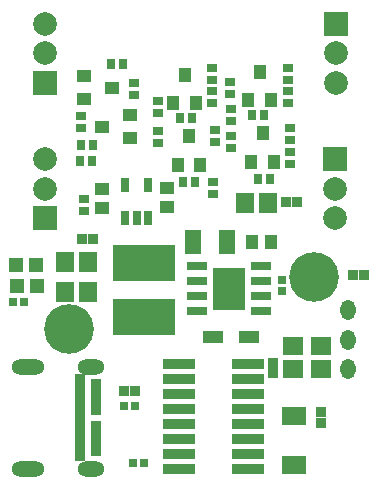
<source format=gts>
G04*
G04 #@! TF.GenerationSoftware,Altium Limited,Altium Designer,23.4.1 (23)*
G04*
G04 Layer_Color=8388736*
%FSLAX25Y25*%
%MOIN*%
G70*
G04*
G04 #@! TF.SameCoordinates,D0A82AA9-F4A3-43A1-B343-99984006E8F9*
G04*
G04*
G04 #@! TF.FilePolarity,Negative*
G04*
G01*
G75*
%ADD44R,0.03556X0.01981*%
%ADD45R,0.03556X0.04737*%
%ADD46R,0.07887X0.06115*%
%ADD47R,0.03162X0.04934*%
%ADD48R,0.04147X0.04737*%
%ADD49R,0.04147X0.04737*%
%ADD50R,0.10800X0.03300*%
%ADD51R,0.10721X0.14186*%
%ADD52R,0.06509X0.03162*%
%ADD53R,0.07099X0.03950*%
%ADD54R,0.04737X0.05131*%
%ADD55R,0.05328X0.07887*%
%ADD56R,0.02965X0.03359*%
%ADD57R,0.02572X0.02965*%
%ADD58R,0.20682X0.12217*%
%ADD59R,0.06115X0.06902*%
%ADD60R,0.04343X0.04737*%
%ADD61R,0.03241X0.03241*%
%ADD62R,0.03241X0.03241*%
%ADD63R,0.04737X0.04343*%
%ADD64R,0.03359X0.02965*%
%ADD65R,0.06902X0.06115*%
%ADD66R,0.04737X0.04147*%
%ADD67R,0.04737X0.04147*%
%ADD68R,0.02965X0.02572*%
%ADD69C,0.07887*%
%ADD70R,0.07887X0.07887*%
%ADD71O,0.11036X0.05131*%
%ADD72O,0.09068X0.05131*%
%ADD73O,0.05131X0.06706*%
%ADD74C,0.16548*%
%ADD75C,0.02769*%
D44*
X28240Y21516D02*
D03*
Y19547D02*
D03*
Y23484D02*
D03*
Y25453D02*
D03*
Y17579D02*
D03*
Y27421D02*
D03*
Y15610D02*
D03*
Y29390D02*
D03*
Y13642D02*
D03*
Y31358D02*
D03*
X33358Y34311D02*
D03*
Y10689D02*
D03*
Y32342D02*
D03*
Y12657D02*
D03*
Y30374D02*
D03*
Y14626D02*
D03*
Y28405D02*
D03*
Y16594D02*
D03*
Y26437D02*
D03*
Y24468D02*
D03*
Y18563D02*
D03*
Y20531D02*
D03*
D45*
X28240Y10295D02*
D03*
Y34705D02*
D03*
D46*
X99500Y6831D02*
D03*
Y23169D02*
D03*
D47*
X43260Y99913D02*
D03*
X50740D02*
D03*
Y89087D02*
D03*
X47000D02*
D03*
X43260D02*
D03*
D48*
X88000Y137724D02*
D03*
X84260Y128276D02*
D03*
X60760Y106776D02*
D03*
X64500Y116224D02*
D03*
X63000Y136724D02*
D03*
X59260Y127276D02*
D03*
X89000Y117224D02*
D03*
X85260Y107776D02*
D03*
D49*
X91740Y128276D02*
D03*
X68240Y106776D02*
D03*
X66740Y127276D02*
D03*
X92740Y107776D02*
D03*
D50*
X84000Y40500D02*
D03*
Y35500D02*
D03*
Y30500D02*
D03*
Y25500D02*
D03*
Y20500D02*
D03*
Y15500D02*
D03*
Y10500D02*
D03*
Y5500D02*
D03*
X61000D02*
D03*
Y10500D02*
D03*
Y15500D02*
D03*
Y20500D02*
D03*
Y25500D02*
D03*
Y30500D02*
D03*
Y35500D02*
D03*
Y40500D02*
D03*
D51*
X77728Y65500D02*
D03*
D52*
X67000Y73000D02*
D03*
Y68000D02*
D03*
Y63000D02*
D03*
Y58000D02*
D03*
X88457Y73000D02*
D03*
Y68000D02*
D03*
Y63000D02*
D03*
Y58000D02*
D03*
D53*
X84405Y49500D02*
D03*
X72594D02*
D03*
D54*
X7000Y66500D02*
D03*
X13693D02*
D03*
X6807Y73500D02*
D03*
X13500D02*
D03*
D55*
X65791Y81000D02*
D03*
X77209D02*
D03*
D56*
X32469Y113500D02*
D03*
X28532D02*
D03*
X66437Y101000D02*
D03*
X62500D02*
D03*
X65469Y122500D02*
D03*
X61532D02*
D03*
X91469Y102000D02*
D03*
X87532D02*
D03*
X42469Y140500D02*
D03*
X38532D02*
D03*
X89468Y123500D02*
D03*
X85532D02*
D03*
X31969Y108000D02*
D03*
X28032D02*
D03*
D57*
X5728Y61000D02*
D03*
X9272D02*
D03*
X42728Y26500D02*
D03*
X46272D02*
D03*
X45728Y7500D02*
D03*
X49272D02*
D03*
D58*
X49500Y55933D02*
D03*
Y74043D02*
D03*
D59*
X83063Y94000D02*
D03*
X90937D02*
D03*
X23063Y64500D02*
D03*
X30937D02*
D03*
X23063Y74500D02*
D03*
X30937D02*
D03*
D60*
X85350Y81000D02*
D03*
X91650D02*
D03*
D61*
X119228Y70000D02*
D03*
X122772D02*
D03*
X96728Y94500D02*
D03*
X100272D02*
D03*
X46272Y31500D02*
D03*
X42728D02*
D03*
X32272Y82000D02*
D03*
X28728D02*
D03*
D62*
X92500Y40772D02*
D03*
Y37228D02*
D03*
X108500Y24272D02*
D03*
Y20728D02*
D03*
D63*
X57000Y92850D02*
D03*
Y99150D02*
D03*
X35500Y98650D02*
D03*
Y92350D02*
D03*
D64*
X54000Y114032D02*
D03*
Y117968D02*
D03*
X54000Y127969D02*
D03*
Y124031D02*
D03*
X46000Y130032D02*
D03*
Y133968D02*
D03*
X28500Y122968D02*
D03*
Y119032D02*
D03*
X78500Y116469D02*
D03*
Y112531D02*
D03*
Y125469D02*
D03*
Y121531D02*
D03*
X78000Y130532D02*
D03*
Y134468D02*
D03*
X29500Y95468D02*
D03*
Y91531D02*
D03*
X98000Y110968D02*
D03*
Y107032D02*
D03*
X97500Y131468D02*
D03*
Y127532D02*
D03*
X72000Y127500D02*
D03*
Y131437D02*
D03*
X72500Y100969D02*
D03*
Y97031D02*
D03*
X73000Y118468D02*
D03*
Y114532D02*
D03*
X72000Y138969D02*
D03*
Y135031D02*
D03*
X98000Y118968D02*
D03*
Y115032D02*
D03*
X97500Y138969D02*
D03*
Y135031D02*
D03*
D65*
X108500Y38563D02*
D03*
Y46437D02*
D03*
X99000Y38563D02*
D03*
Y46437D02*
D03*
D66*
X38724Y132500D02*
D03*
X29276Y136240D02*
D03*
X44724Y115760D02*
D03*
X35276Y119500D02*
D03*
D67*
X29276Y128760D02*
D03*
X44724Y123240D02*
D03*
D68*
X95500Y68272D02*
D03*
Y64728D02*
D03*
D69*
X16445Y108728D02*
D03*
Y98885D02*
D03*
X16500Y144000D02*
D03*
Y153842D02*
D03*
X113000Y98885D02*
D03*
Y89043D02*
D03*
X113500Y134158D02*
D03*
Y144000D02*
D03*
D70*
X16445Y89043D02*
D03*
X16500Y134158D02*
D03*
X113000Y108728D02*
D03*
X113500Y153842D02*
D03*
D71*
X10642Y5492D02*
D03*
Y39508D02*
D03*
D72*
X31744Y5492D02*
D03*
Y39508D02*
D03*
D73*
X117500Y58343D02*
D03*
Y48500D02*
D03*
Y38658D02*
D03*
D74*
X24500Y52000D02*
D03*
X106000Y69500D02*
D03*
D75*
X75563Y69831D02*
D03*
X79894Y65500D02*
D03*
X75563D02*
D03*
X79894Y61169D02*
D03*
X75563D02*
D03*
X79894Y69831D02*
D03*
M02*

</source>
